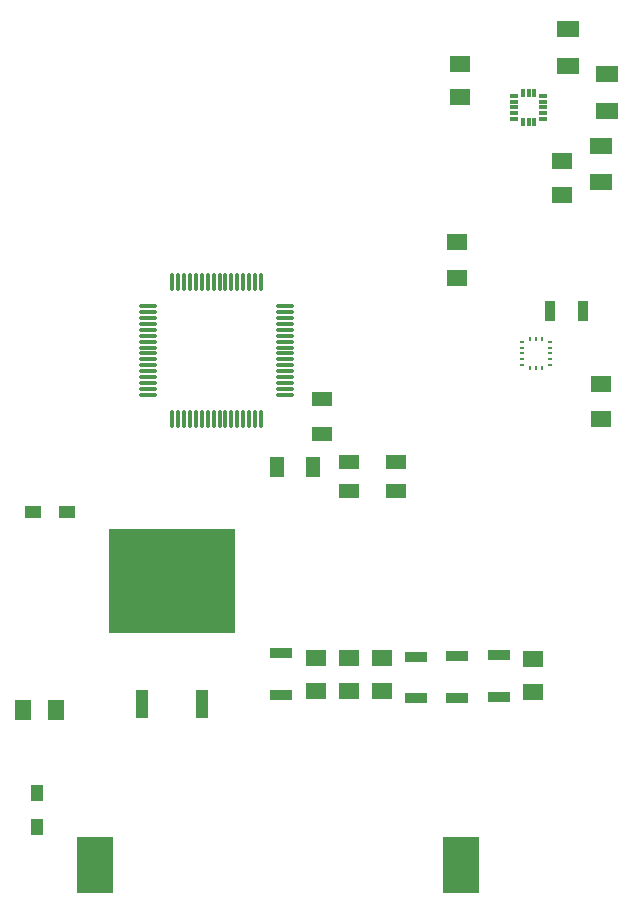
<source format=gtp>
G04*
G04 #@! TF.GenerationSoftware,Altium Limited,Altium Designer,20.1.14 (287)*
G04*
G04 Layer_Color=8421504*
%FSLAX24Y24*%
%MOIN*%
G70*
G04*
G04 #@! TF.SameCoordinates,52465854-39A3-47B8-9217-5B2D91F539B0*
G04*
G04*
G04 #@! TF.FilePolarity,Positive*
G04*
G01*
G75*
%ADD17R,0.0433X0.0531*%
%ADD18R,0.0728X0.0531*%
%ADD19R,0.0689X0.0551*%
%ADD20R,0.0709X0.0531*%
%ADD21R,0.0315X0.0118*%
%ADD22R,0.0118X0.0315*%
%ADD23R,0.0413X0.0945*%
%ADD24R,0.4193X0.3504*%
%ADD25R,0.0709X0.0472*%
%ADD26O,0.0138X0.0630*%
%ADD27O,0.0630X0.0138*%
%ADD28R,0.0453X0.0709*%
%ADD29R,0.0709X0.0453*%
%ADD30R,0.0098X0.0138*%
%ADD31R,0.0138X0.0098*%
%ADD32R,0.0374X0.0669*%
%ADD33R,0.0748X0.0374*%
%ADD34R,0.1240X0.1882*%
%ADD35R,0.0531X0.0709*%
%ADD36R,0.0531X0.0433*%
D17*
X1400Y7550D02*
D03*
Y6428D02*
D03*
D18*
X20200Y27900D02*
D03*
Y29100D02*
D03*
X20400Y30299D02*
D03*
Y31500D02*
D03*
X19100Y33000D02*
D03*
Y31799D02*
D03*
D19*
X15400Y24719D02*
D03*
Y25900D02*
D03*
X20200Y21191D02*
D03*
Y20009D02*
D03*
D20*
X15500Y30749D02*
D03*
Y31851D02*
D03*
X18900Y28600D02*
D03*
Y27498D02*
D03*
X17950Y12002D02*
D03*
Y10900D02*
D03*
X11800Y12052D02*
D03*
Y10950D02*
D03*
X12900Y10951D02*
D03*
Y12054D02*
D03*
X10700D02*
D03*
Y10951D02*
D03*
D21*
X17308Y30794D02*
D03*
Y30597D02*
D03*
Y30400D02*
D03*
Y30203D02*
D03*
Y30006D02*
D03*
X18292D02*
D03*
Y30203D02*
D03*
Y30400D02*
D03*
Y30597D02*
D03*
Y30794D02*
D03*
D22*
X17603Y29908D02*
D03*
X17800D02*
D03*
X17997D02*
D03*
Y30892D02*
D03*
X17800D02*
D03*
X17603D02*
D03*
D23*
X4900Y10525D02*
D03*
X6900D02*
D03*
D24*
X5900Y14600D02*
D03*
D25*
X13387Y18572D02*
D03*
X11813D02*
D03*
Y17628D02*
D03*
X13387D02*
D03*
D26*
X5924Y24583D02*
D03*
X6120D02*
D03*
X6317D02*
D03*
X6514D02*
D03*
X6711D02*
D03*
X6908D02*
D03*
X7105D02*
D03*
X7302D02*
D03*
X7498D02*
D03*
X7695D02*
D03*
X7892D02*
D03*
X8089D02*
D03*
X8286D02*
D03*
X8483D02*
D03*
X8680D02*
D03*
X8876D02*
D03*
Y20017D02*
D03*
X8680D02*
D03*
X8483D02*
D03*
X8286D02*
D03*
X8089D02*
D03*
X7892D02*
D03*
X7695D02*
D03*
X7498D02*
D03*
X7302D02*
D03*
X7105D02*
D03*
X6908D02*
D03*
X6711D02*
D03*
X6514D02*
D03*
X6317D02*
D03*
X6120D02*
D03*
X5924D02*
D03*
D27*
X9683Y23776D02*
D03*
Y23580D02*
D03*
Y23383D02*
D03*
Y23186D02*
D03*
Y22989D02*
D03*
Y22792D02*
D03*
Y22595D02*
D03*
Y22398D02*
D03*
Y22202D02*
D03*
Y22005D02*
D03*
Y21808D02*
D03*
Y21611D02*
D03*
Y21414D02*
D03*
Y21217D02*
D03*
Y21020D02*
D03*
Y20824D02*
D03*
X5117D02*
D03*
Y21020D02*
D03*
Y21217D02*
D03*
Y21414D02*
D03*
Y21611D02*
D03*
Y21808D02*
D03*
Y22005D02*
D03*
Y22202D02*
D03*
Y22398D02*
D03*
Y22595D02*
D03*
Y22792D02*
D03*
Y22989D02*
D03*
Y23186D02*
D03*
Y23383D02*
D03*
Y23580D02*
D03*
Y23776D02*
D03*
D28*
X9419Y18400D02*
D03*
X10600D02*
D03*
D29*
X10900Y20691D02*
D03*
Y19509D02*
D03*
D30*
X17852Y22682D02*
D03*
X18049D02*
D03*
X18246D02*
D03*
Y21718D02*
D03*
X18049D02*
D03*
X17852D02*
D03*
D31*
X18531Y22594D02*
D03*
Y22397D02*
D03*
Y22200D02*
D03*
Y22003D02*
D03*
Y21806D02*
D03*
X17567D02*
D03*
Y22003D02*
D03*
Y22200D02*
D03*
Y22397D02*
D03*
Y22594D02*
D03*
D32*
X19600Y23600D02*
D03*
X18498D02*
D03*
D33*
X9550Y12200D02*
D03*
Y10802D02*
D03*
X15400Y12100D02*
D03*
Y10702D02*
D03*
X16800Y12150D02*
D03*
Y10752D02*
D03*
X14050Y12099D02*
D03*
Y10701D02*
D03*
D34*
X3340Y5150D02*
D03*
X15560D02*
D03*
D35*
X949Y10300D02*
D03*
X2051D02*
D03*
D36*
X1278Y16900D02*
D03*
X2400D02*
D03*
M02*

</source>
